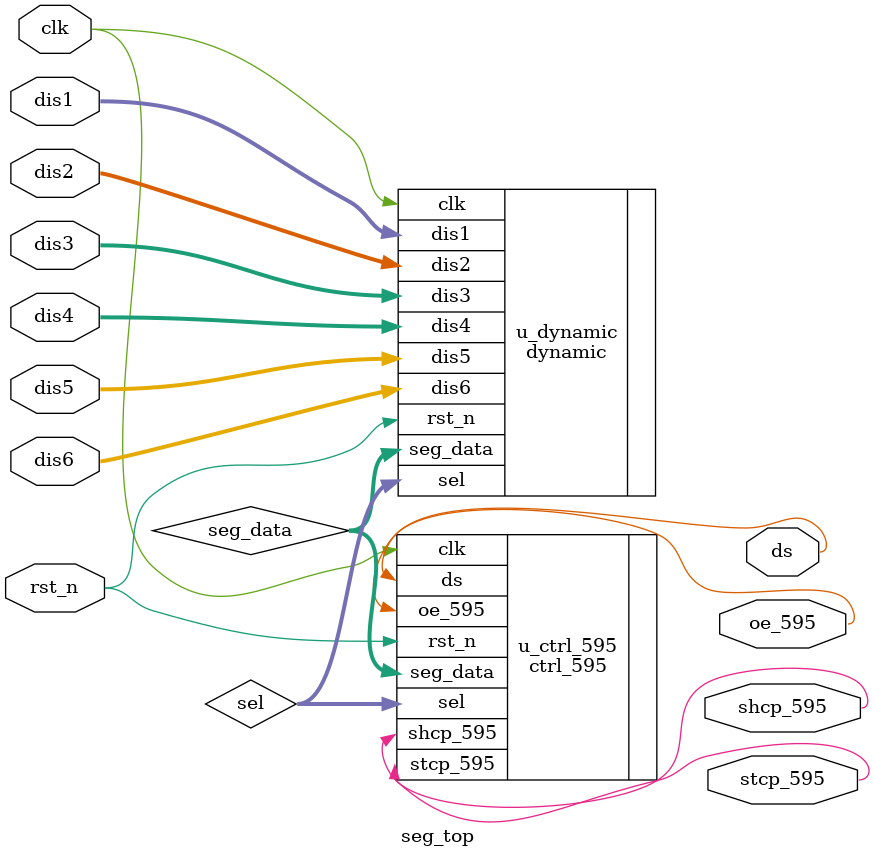
<source format=v>
/*
	Date 		: xxxx
	Description : xxx
	Author : xxx
*/
module seg_top(
	input					clk			,
	input					rst_n		,
//input data 
	input		[3:0]		dis1		,//the data you need 
	input		[3:0]		dis2		,
	input		[3:0]		dis3		,
	input		[3:0]		dis4		,
	input		[3:0]		dis5		,
	input		[3:0]		dis6		,
//74HC595 ctrl
	output					oe_595		,
	output					shcp_595	,
	output					stcp_595	,
	output					ds			
	
);

wire 	[7:0]	seg_data;
wire	[5:0]	sel		;

dynamic			u_dynamic(
	.clk			(clk	),
	.rst_n			(rst_n	),

	.dis1			(dis1),
	.dis2			(dis2),
	.dis3			(dis3),
	.dis4			(dis4),
	.dis5			(dis5),
	.dis6			(dis6),

	.seg_data		(seg_data	),
	.sel        	(sel		)
);
ctrl_595		u_ctrl_595(
	.clk			(clk	),
	.rst_n			(rst_n	),
	
	.seg_data  		(seg_data	),
	.sel       		(sel		),

	.oe_595			(oe_595	),
	.shcp_595		(shcp_595),
	.stcp_595		(stcp_595),
	.ds			    (ds		)
);
endmodule 
</source>
